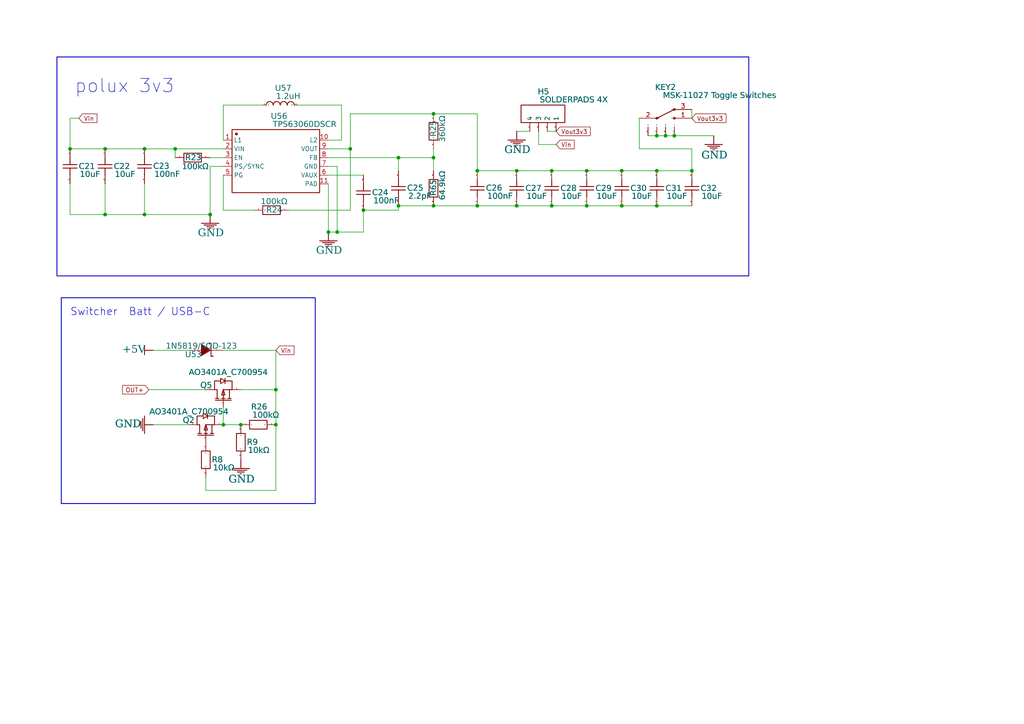
<source format=kicad_sch>
(kicad_sch (version 20250114) (generator "eeschema") (generator_version "9.0")
  (paper "A4")
  (lib_symbols
    (symbol "+5V" (power) (pin_numbers (hide yes)) (pin_names (hide yes))
      (property "Value" "+5V" (at 0 -3.81 0))
      (symbol "+5V_0_0"
        (polyline (pts (xy -1.27 -2.54) (xy 1.27 -2.54)) (stroke (width 0.254)))
        (polyline (pts (xy 0 0) (xy 0 -2.54)) (stroke (width 0.254)))
        (pin power_in line (at 0 0 270) (length 0) (name "+5V") (number "1"))
      )
    )
    (symbol "1N5819/SOD-123"
      (property "Reference" "U52" (at -5.969 -0.3683 0))
      (property "Value" "1N5819/SOD-123" (at -13.208 2.1463 0))
      (symbol "1N5819/SOD-123_0_0"
        (polyline (pts (xy -1.27 -1.524) (xy 1.27 0) (xy -1.27 1.778) (xy -1.27 -1.524)) (stroke (width 0.254)) (fill (type outline)))
        (polyline (pts (xy 2.032 -1.524) (xy 2.032 -1.778) (xy 1.524 -1.778) (xy 1.524 2.032) (xy 1.016 2.032) (xy 1.016 1.778)) (stroke (width 0.254)))
        (pin unspecified line (at -5.08 0 0) (length 3.81) (name "A") (number "2"))
        (pin unspecified line (at 5.08 0 180) (length 3.81) (name "C") (number "1"))
      )
    )
    (symbol "AO3401A_C700954"
      (property "Reference" "Q4" (at -6.6548 2.1463 0))
      (property "Value" "AO3401A_C700954" (at -10.5664 5.9563 0))
      (symbol "AO3401A_C700954_0_0"
        (polyline (pts (xy -2.286 -3.048) (xy 2.286 -3.048)) (stroke (width 0.254)))
        (polyline (pts (xy -1.778 0) (xy -1.778 -2.54)) (stroke (width 0.254)))
        (polyline (pts (xy -1.778 0) (xy -2.54 0) (xy -2.54 2.54) (xy -0.762 2.54)) (stroke (width 0.254)))
        (polyline (pts (xy -1.27 -2.54) (xy -2.286 -2.54)) (stroke (width 0.254)))
        (polyline (pts (xy 0 0) (xy -0.508 -1.524) (xy 0.508 -1.524) (xy 0 0)) (stroke (width 0.254)) (fill (type background)))
        (polyline (pts (xy 0 -2.54) (xy 0 0) (xy 2.54 0)) (stroke (width 0.254)))
        (polyline (pts (xy 0.508 3.302) (xy 0.508 3.048) (xy 0.508 2.032) (xy 0.508 1.778)) (stroke (width 0.254)))
        (polyline (pts (xy 0.508 2.54) (xy -0.762 3.302) (xy -0.762 1.778) (xy 0.508 2.54)) (stroke (width 0.254)) (fill (type background)))
        (polyline (pts (xy 0.508 -2.54) (xy -0.508 -2.54)) (stroke (width 0.254)))
        (polyline (pts (xy 1.778 0) (xy 1.778 -2.54)) (stroke (width 0.254)))
        (polyline (pts (xy 2.286 -2.54) (xy 1.27 -2.54)) (stroke (width 0.254)))
        (polyline (pts (xy 2.54 0) (xy 2.54 2.54) (xy 0.508 2.54)) (stroke (width 0.254)))
        (pin unspecified line (at -5.08 0 0) (length 2.54) (name "D") (number "3"))
        (pin unspecified line (at 0 -5.08 90) (length 2.54) (name "G") (number "1"))
        (pin unspecified line (at 5.08 0 180) (length 2.54) (name "S") (number "2"))
      )
    )
    (symbol "AO3401A_C700954_1"
      (property "Reference" "Q1" (at -6.6548 2.1463 0))
      (property "Value" "AO3401A_C700954" (at -16.9164 4.6863 0))
      (symbol "AO3401A_C700954_1_0_0"
        (polyline (pts (xy -2.286 -3.048) (xy 2.286 -3.048)) (stroke (width 0.254)))
        (polyline (pts (xy -1.778 0) (xy -1.778 -2.54)) (stroke (width 0.254)))
        (polyline (pts (xy -1.778 0) (xy -2.54 0) (xy -2.54 2.54) (xy -0.762 2.54)) (stroke (width 0.254)))
        (polyline (pts (xy -1.27 -2.54) (xy -2.286 -2.54)) (stroke (width 0.254)))
        (polyline (pts (xy 0 0) (xy -0.508 -1.524) (xy 0.508 -1.524) (xy 0 0)) (stroke (width 0.254)) (fill (type background)))
        (polyline (pts (xy 0 -2.54) (xy 0 0) (xy 2.54 0)) (stroke (width 0.254)))
        (polyline (pts (xy 0.508 3.302) (xy 0.508 3.048) (xy 0.508 2.032) (xy 0.508 1.778)) (stroke (width 0.254)))
        (polyline (pts (xy 0.508 2.54) (xy -0.762 3.302) (xy -0.762 1.778) (xy 0.508 2.54)) (stroke (width 0.254)) (fill (type background)))
        (polyline (pts (xy 0.508 -2.54) (xy -0.508 -2.54)) (stroke (width 0.254)))
        (polyline (pts (xy 1.778 0) (xy 1.778 -2.54)) (stroke (width 0.254)))
        (polyline (pts (xy 2.286 -2.54) (xy 1.27 -2.54)) (stroke (width 0.254)))
        (polyline (pts (xy 2.54 0) (xy 2.54 2.54) (xy 0.508 2.54)) (stroke (width 0.254)))
        (pin unspecified line (at -5.08 0 0) (length 2.54) (name "D") (number "3"))
        (pin unspecified line (at 0 -5.08 90) (length 2.54) (name "G") (number "1"))
        (pin unspecified line (at 5.08 0 180) (length 2.54) (name "S") (number "2"))
      )
    )
    (symbol "C0603C104J4RAC7867"
      (property "Reference" "C13" (at 2.54 0.8763 0))
      (property "Value" "100nF" (at 2.54 -1.4097 0))
      (symbol "C0603C104J4RAC7867_0_0"
        (polyline (pts (xy -2.032 0.508) (xy 2.032 0.508)) (stroke (width 0.254)))
        (polyline (pts (xy 0 0.508) (xy 0 2.54)) (stroke (width 0.254)))
        (polyline (pts (xy 0 -2.54) (xy 0 -0.508)) (stroke (width 0.254)))
        (polyline (pts (xy 2.032 -0.508) (xy -2.032 -0.508)) (stroke (width 0.254)))
        (pin unspecified line (at 0 5.08 270) (length 2.54) (name "1") (number "1"))
        (pin unspecified line (at 0 -5.08 90) (length 2.54) (name "2") (number "2"))
      )
    )
    (symbol "C0603C104J4RAC7867_1"
      (property "Reference" "C15" (at 2.54 0.9271 0))
      (property "Value" "100nF" (at 2.54 -1.3589 0))
      (symbol "C0603C104J4RAC7867_1_0_0"
        (polyline (pts (xy -2.032 0.508) (xy 2.032 0.508)) (stroke (width 0.254)))
        (polyline (pts (xy 0 2.54) (xy 0 0.508)) (stroke (width 0.254)))
        (polyline (pts (xy 0 -0.508) (xy 0 -2.54)) (stroke (width 0.254)))
        (polyline (pts (xy 2.032 -0.508) (xy -2.032 -0.508)) (stroke (width 0.254)))
        (pin unspecified line (at 0 5.08 270) (length 2.54) (name "2") (number "2"))
        (pin unspecified line (at 0 -5.08 90) (length 2.54) (name "1") (number "1"))
      )
    )
    (symbol "C0603C104J4RAC7867_2"
      (property "Reference" "C14" (at 2.54 0.9271 0))
      (property "Value" "100nF" (at 2.54 -1.3589 0))
      (symbol "C0603C104J4RAC7867_2_0_0"
        (polyline (pts (xy -2.032 0.508) (xy 2.032 0.508)) (stroke (width 0.254)))
        (polyline (pts (xy 0 2.54) (xy 0 0.508)) (stroke (width 0.254)))
        (polyline (pts (xy 0 -0.508) (xy 0 -2.54)) (stroke (width 0.254)))
        (polyline (pts (xy 2.032 -0.508) (xy -2.032 -0.508)) (stroke (width 0.254)))
        (pin unspecified line (at 0 5.08 270) (length 2.54) (name "2") (number "2"))
        (pin unspecified line (at 0 -5.08 90) (length 2.54) (name "1") (number "1"))
      )
    )
    (symbol "C0603C229C5GAC7867"
      (property "Reference" "C16" (at 2.54 0.9271 0))
      (property "Value" "2.2pF" (at 2.54 -1.3589 0))
      (symbol "C0603C229C5GAC7867_0_0"
        (polyline (pts (xy -2.032 0.508) (xy 2.032 0.508)) (stroke (width 0.254)))
        (polyline (pts (xy 0 2.54) (xy 0 0.508)) (stroke (width 0.254)))
        (polyline (pts (xy 0 -0.508) (xy 0 -2.54)) (stroke (width 0.254)))
        (polyline (pts (xy 2.032 -0.508) (xy -2.032 -0.508)) (stroke (width 0.254)))
        (pin unspecified line (at 0 5.08 270) (length 2.54) (name "2") (number "2"))
        (pin unspecified line (at 0 -5.08 90) (length 2.54) (name "1") (number "1"))
      )
    )
    (symbol "CR0603F360KP05Z"
      (property "Reference" "R10" (at -2.159 0.8763 0))
      (property "Value" "100kΩ" (at -3.4544 -1.6637 0))
      (symbol "CR0603F360KP05Z_0_0"
        (rectangle (start -2.54 1.27) (end 2.54 -1.27) (stroke (width 0.254)))
        (pin unspecified line (at -5.08 0 0) (length 2.54) (name "1") (number "1"))
        (pin unspecified line (at 5.08 0 180) (length 2.54) (name "2") (number "2"))
      )
    )
    (symbol "CR0603F360KP05Z_1"
      (property "Reference" "R9" (at -1.4986 0.9017 0))
      (property "Value" "100kΩ" (at -3.4544 3.4163 0))
      (symbol "CR0603F360KP05Z_1_0_0"
        (rectangle (start -2.54 1.27) (end 2.54 -1.27) (stroke (width 0.254)))
        (pin unspecified line (at -5.08 0 0) (length 2.54) (name "2") (number "2"))
        (pin unspecified line (at 5.08 0 180) (length 2.54) (name "1") (number "1"))
      )
    )
    (symbol "CR0603F360KP05Z_2"
      (property "Reference" "R8" (at -0.8763 -1.4986 90))
      (property "Value" "360kΩ" (at 1.6637 -3.4544 90))
      (symbol "CR0603F360KP05Z_2_0_0"
        (rectangle (start -1.27 2.54) (end 1.27 -2.54) (stroke (width 0.254)))
        (pin unspecified line (at 0 5.08 270) (length 2.54) (name "2") (number "2"))
        (pin unspecified line (at 0 -5.08 90) (length 2.54) (name "1") (number "1"))
      )
    )
    (symbol "CR0603F360KP05Z_3"
      (property "Reference" "R11" (at -2.0828 6.0325 0))
      (property "Value" "100kΩ" (at -2.0828 3.7211 0))
      (symbol "CR0603F360KP05Z_3_0_0"
        (rectangle (start -2.54 1.27) (end 2.54 -1.27) (stroke (width 0.254)))
        (pin unspecified line (at -5.08 0 0) (length 2.54) (name "2") (number "2"))
        (pin unspecified line (at 5.08 0 180) (length 2.54) (name "1") (number "1"))
      )
    )
    (symbol "GND" (power) (pin_numbers (hide yes)) (pin_names (hide yes))
      (property "Value" "GND" (at 0 -6.35 0))
      (symbol "GND_0_0"
        (polyline (pts (xy -2.54 -2.54) (xy 2.54 -2.54)) (stroke (width 0.254)))
        (polyline (pts (xy -1.778 -3.048) (xy 1.778 -3.048)) (stroke (width 0.254)))
        (polyline (pts (xy -1.016 -3.556) (xy 1.016 -3.556)) (stroke (width 0.254)))
        (polyline (pts (xy -0.254 -4.064) (xy 0.254 -4.064)) (stroke (width 0.254)))
        (polyline (pts (xy 0 0) (xy 0 -2.54)) (stroke (width 0.254)))
        (pin power_in line (at 0 0 270) (length 0) (name "GND") (number "1"))
      )
    )
    (symbol "MSK-11027 Toggle Switches"
      (property "Reference" "KEY1" (at -3.0226 7.2771 0))
      (property "Value" "MSK-11027 Toggle Switches" (at -3.0226 4.9911 0))
      (symbol "MSK-11027 Toggle Switches_0_0"
        (circle (center -2.54 -2.54) (radius 0.254) (stroke (width 0.254)))
        (polyline (pts (xy -2.54 -2.54) (xy 2.54 0)) (stroke (width 0.254)))
        (circle (center 2.54 0) (radius 0.254) (stroke (width 0.254)))
        (circle (center 2.54 -2.54) (radius 0.254) (stroke (width 0.254)))
        (pin unspecified line (at -7.62 -2.54 0) (length 5.08) (name "2") (number "2"))
        (pin unspecified line (at -5.08 -7.62 90) (length 2.54) (name "4") (number "4"))
        (pin unspecified line (at -2.54 -7.62 90) (length 2.54) (name "5") (number "5"))
        (pin unspecified line (at 0 -7.62 90) (length 2.54) (name "6") (number "6"))
        (pin unspecified line (at 2.54 -7.62 90) (length 2.54) (name "7") (number "7"))
        (pin unspecified line (at 7.62 0 180) (length 5.08) (name "3") (number "3"))
        (pin unspecified line (at 7.62 -2.54 180) (length 5.08) (name "1") (number "1"))
      )
    )
    (symbol "SOLDERPADS 4X"
      (property "Reference" "H4" (at -0.2286 9.8171 0))
      (property "Value" "SOLDERPADS 4X" (at -0.2286 7.5311 0))
      (symbol "SOLDERPADS 4X_0_0"
        (rectangle (start -5.08 5.08) (end 7.62 0) (stroke (width 0.254)))
        (pin unspecified line (at -2.54 -2.54 90) (length 2.54) (name "4") (number "4"))
        (pin unspecified line (at 0 -2.54 90) (length 2.54) (name "3") (number "3"))
        (pin unspecified line (at 2.54 -2.54 90) (length 2.54) (name "2") (number "2"))
        (pin unspecified line (at 5.08 -2.54 90) (length 2.54) (name "1") (number "1"))
      )
    )
    (symbol "TPS63060DSCR"
      (property "Reference" "U55" (at -1.4478 14.1351 0))
      (property "Value" "TPS63060DSCR" (at -1.4478 11.8491 0))
      (symbol "TPS63060DSCR_0_0"
        (rectangle (start -12.7 9.398) (end 12.7 -8.89) (stroke (width 0.254)))
        (circle (center -11.43 8.128) (radius 0.254) (stroke (width 0.254)) (fill (type outline)))
        (circle (center -11.43 8.128) (radius 0.254) (stroke (width 0.254)) (fill (type outline)))
        (pin unspecified line (at -15.24 6.35 0) (length 2.54) (name "L1") (number "1"))
        (pin unspecified line (at -15.24 3.81 0) (length 2.54) (name "VIN") (number "2"))
        (pin unspecified line (at -15.24 1.27 0) (length 2.54) (name "EN") (number "3"))
        (pin unspecified line (at -15.24 -1.27 0) (length 2.54) (name "PS/SYNC") (number "4"))
        (pin unspecified line (at -15.24 -3.81 0) (length 2.54) (name "PG") (number "5"))
        (pin unspecified line (at 15.24 6.35 180) (length 2.54) (name "L2") (number "10"))
        (pin unspecified line (at 15.24 3.81 180) (length 2.54) (name "VOUT") (number "9"))
        (pin unspecified line (at 15.24 1.27 180) (length 2.54) (name "FB") (number "8"))
        (pin unspecified line (at 15.24 -1.27 180) (length 2.54) (name "GND") (number "7"))
        (pin unspecified line (at 15.24 -3.81 180) (length 2.54) (name "VAUX") (number "6"))
        (pin unspecified line (at 15.24 -6.35 180) (length 2.54) (name "PAD") (number "11"))
      )
    )
    (symbol "TR0603D64K9P0550Z"
      (property "Reference" "R64" (at -0.8763 -2.159 90))
      (property "Value" "64.9kΩ" (at 1.6637 -3.7846 90))
      (symbol "TR0603D64K9P0550Z_0_0"
        (rectangle (start -1.27 2.54) (end 1.27 -2.54) (stroke (width 0.254)))
        (pin unspecified line (at 0 5.08 270) (length 2.54) (name "2") (number "2"))
        (pin unspecified line (at 0 -5.08 90) (length 2.54) (name "1") (number "1"))
      )
    )
    (symbol "V106M0402X5R6R3NCT"
      (property "Reference" "C12" (at 2.54 0.8509 0))
      (property "Value" "10uF" (at 2.54 -1.3843 0))
      (symbol "V106M0402X5R6R3NCT_0_0"
        (polyline (pts (xy -2.032 0.508) (xy 2.032 0.508)) (stroke (width 0.254)))
        (polyline (pts (xy 0 2.54) (xy 0 0.508)) (stroke (width 0.254)))
        (polyline (pts (xy 0 -0.508) (xy 0 -2.54)) (stroke (width 0.254)))
        (polyline (pts (xy 2.032 -0.508) (xy -2.032 -0.508)) (stroke (width 0.254)))
        (pin unspecified line (at 0 5.08 270) (length 2.54) (name "2") (number "2"))
        (pin unspecified line (at 0 -5.08 90) (length 2.54) (name "1") (number "1"))
      )
    )
    (symbol "V106M0402X5R6R3NCT_1"
      (property "Reference" "C11" (at 2.54 0.8509 0))
      (property "Value" "10uF" (at 2.54 -1.3843 0))
      (symbol "V106M0402X5R6R3NCT_1_0_0"
        (polyline (pts (xy -2.032 0.508) (xy 2.032 0.508)) (stroke (width 0.254)))
        (polyline (pts (xy 0 2.54) (xy 0 0.508)) (stroke (width 0.254)))
        (polyline (pts (xy 0 -0.508) (xy 0 -2.54)) (stroke (width 0.254)))
        (polyline (pts (xy 2.032 -0.508) (xy -2.032 -0.508)) (stroke (width 0.254)))
        (pin unspecified line (at 0 5.08 270) (length 2.54) (name "2") (number "2"))
        (pin unspecified line (at 0 -5.08 90) (length 2.54) (name "1") (number "1"))
      )
    )
    (symbol "V106M0402X5R6R3NCT_2"
      (property "Reference" "C10" (at 2.54 0.8509 0))
      (property "Value" "10uF" (at 2.54 -1.3843 0))
      (symbol "V106M0402X5R6R3NCT_2_0_0"
        (polyline (pts (xy -2.032 0.508) (xy 2.032 0.508)) (stroke (width 0.254)))
        (polyline (pts (xy 0 2.54) (xy 0 0.508)) (stroke (width 0.254)))
        (polyline (pts (xy 0 -0.508) (xy 0 -2.54)) (stroke (width 0.254)))
        (polyline (pts (xy 2.032 -0.508) (xy -2.032 -0.508)) (stroke (width 0.254)))
        (pin unspecified line (at 0 5.08 270) (length 2.54) (name "2") (number "2"))
        (pin unspecified line (at 0 -5.08 90) (length 2.54) (name "1") (number "1"))
      )
    )
    (symbol "V106M0402X5R6R3NCT_3"
      (property "Reference" "C9" (at 2.54 0.8509 0))
      (property "Value" "10uF" (at 2.54 -1.3843 0))
      (symbol "V106M0402X5R6R3NCT_3_0_0"
        (polyline (pts (xy -2.032 0.508) (xy 2.032 0.508)) (stroke (width 0.254)))
        (polyline (pts (xy 0 2.54) (xy 0 0.508)) (stroke (width 0.254)))
        (polyline (pts (xy 0 -0.508) (xy 0 -2.54)) (stroke (width 0.254)))
        (polyline (pts (xy 2.032 -0.508) (xy -2.032 -0.508)) (stroke (width 0.254)))
        (pin unspecified line (at 0 5.08 270) (length 2.54) (name "2") (number "2"))
        (pin unspecified line (at 0 -5.08 90) (length 2.54) (name "1") (number "1"))
      )
    )
    (symbol "V106M0402X5R6R3NCT_4"
      (property "Reference" "C7" (at 2.54 0.8509 0))
      (property "Value" "10uF" (at 2.54 -1.3843 0))
      (symbol "V106M0402X5R6R3NCT_4_0_0"
        (polyline (pts (xy -2.032 0.508) (xy 2.032 0.508)) (stroke (width 0.254)))
        (polyline (pts (xy 0 2.54) (xy 0 0.508)) (stroke (width 0.254)))
        (polyline (pts (xy 0 -0.508) (xy 0 -2.54)) (stroke (width 0.254)))
        (polyline (pts (xy 2.032 -0.508) (xy -2.032 -0.508)) (stroke (width 0.254)))
        (pin unspecified line (at 0 5.08 270) (length 2.54) (name "2") (number "2"))
        (pin unspecified line (at 0 -5.08 90) (length 2.54) (name "1") (number "1"))
      )
    )
    (symbol "V106M0402X5R6R3NCT_5"
      (property "Reference" "C4" (at 2.54 0.8509 0))
      (property "Value" "10uF" (at 2.54 -1.3843 0))
      (symbol "V106M0402X5R6R3NCT_5_0_0"
        (polyline (pts (xy -2.032 0.508) (xy 2.032 0.508)) (stroke (width 0.254)))
        (polyline (pts (xy 0 2.54) (xy 0 0.508)) (stroke (width 0.254)))
        (polyline (pts (xy 0 -0.508) (xy 0 -2.54)) (stroke (width 0.254)))
        (polyline (pts (xy 2.032 -0.508) (xy -2.032 -0.508)) (stroke (width 0.254)))
        (pin unspecified line (at 0 5.08 270) (length 2.54) (name "2") (number "2"))
        (pin unspecified line (at 0 -5.08 90) (length 2.54) (name "1") (number "1"))
      )
    )
    (symbol "V106M0402X5R6R3NCT_6"
      (property "Reference" "C3" (at 2.54 0.8509 0))
      (property "Value" "10uF" (at 2.54 -1.3843 0))
      (symbol "V106M0402X5R6R3NCT_6_0_0"
        (polyline (pts (xy -2.032 0.508) (xy 2.032 0.508)) (stroke (width 0.254)))
        (polyline (pts (xy 0 2.54) (xy 0 0.508)) (stroke (width 0.254)))
        (polyline (pts (xy 0 -0.508) (xy 0 -2.54)) (stroke (width 0.254)))
        (polyline (pts (xy 2.032 -0.508) (xy -2.032 -0.508)) (stroke (width 0.254)))
        (pin unspecified line (at 0 5.08 270) (length 2.54) (name "2") (number "2"))
        (pin unspecified line (at 0 -5.08 90) (length 2.54) (name "1") (number "1"))
      )
    )
    (symbol "V106M0402X5R6R3NCT_7"
      (property "Reference" "C1" (at 2.54 0.8509 0))
      (property "Value" "10uF" (at 2.54 -1.3843 0))
      (symbol "V106M0402X5R6R3NCT_7_0_0"
        (polyline (pts (xy -2.032 0.508) (xy 2.032 0.508)) (stroke (width 0.254)))
        (polyline (pts (xy 0 2.54) (xy 0 0.508)) (stroke (width 0.254)))
        (polyline (pts (xy 0 -0.508) (xy 0 -2.54)) (stroke (width 0.254)))
        (polyline (pts (xy 2.032 -0.508) (xy -2.032 -0.508)) (stroke (width 0.254)))
        (pin unspecified line (at 0 5.08 270) (length 2.54) (name "2") (number "2"))
        (pin unspecified line (at 0 -5.08 90) (length 2.54) (name "1") (number "1"))
      )
    )
    (symbol "WF04H1002DTL"
      (property "Reference" "R3" (at 1.778 0.8763 0))
      (property "Value" "10kΩ" (at 1.778 -1.4097 0))
      (symbol "WF04H1002DTL_0_0"
        (rectangle (start -1.27 2.54) (end 1.27 -2.54) (stroke (width 0.254)))
        (pin unspecified line (at 0 5.08 270) (length 2.54) (name "2") (number "2"))
        (pin unspecified line (at 0 -5.08 90) (length 2.54) (name "1") (number "1"))
      )
    )
    (symbol "WF04H1002DTL_1"
      (property "Reference" "R1" (at 1.778 0.8763 0))
      (property "Value" "10kΩ" (at 1.778 -1.4097 0))
      (symbol "WF04H1002DTL_1_0_0"
        (rectangle (start -1.27 2.54) (end 1.27 -2.54) (stroke (width 0.254)))
        (pin unspecified line (at 0 5.08 270) (length 2.54) (name "2") (number "2"))
        (pin unspecified line (at 0 -5.08 90) (length 2.54) (name "1") (number "1"))
      )
    )
    (symbol "XRNR3015-1.2UH/N"
      (property "Reference" "U54" (at -1.4986 5.7531 0))
      (property "Value" "1.2uH" (at -1.4986 3.4671 0))
      (symbol "XRNR3015-1.2UH/N_0_0"
        (arc (start -4.064 0) (mid -3.048 1.016) (end -2.032 0) (stroke (width 0.254)))
        (arc (start -2.032 0) (mid -1.016 1.016) (end 0 0) (stroke (width 0.254)))
        (arc (start 0 0) (mid 1.016 1.016) (end 2.032 0) (stroke (width 0.254)))
        (arc (start 2.032 0) (mid 3.048 1.016) (end 4.064 0) (stroke (width 0.254)))
        (pin unspecified line (at -5.08 0 0) (length 1.016) (name "1") (number "1"))
        (pin unspecified line (at 5.08 0 180) (length 1.016) (name "2") (number "2"))
      )
    )
  )
  (rectangle (start 16.51 16.51) (end 217.17 80.01) (stroke (width 0.254)))
  (rectangle (start 17.78 86.36) (end 91.44 146.05) (stroke (width 0.254)))
  (text "Switcher  Batt / USB-C" (at 20.32 89.2683 0) (effects (font (size 2.1717 2.1717)) (justify left top)))
  (text "polux 3v3" (at 21.59 22.8092 0) (effects (font (size 3.8608 3.8608)) (justify left top)))
  (junction (at 125.73 45.72))
  (junction (at 80.01 113.03))
  (junction (at 69.85 123.19))
  (junction (at 138.43 49.53))
  (junction (at 180.34 49.53))
  (junction (at 115.57 59.69))
  (junction (at 20.32 43.18))
  (junction (at 125.73 33.02))
  (junction (at 30.48 62.23))
  (junction (at 180.34 59.69))
  (junction (at 170.18 59.69))
  (junction (at 190.5 49.53))
  (junction (at 170.18 49.53))
  (junction (at 30.48 43.18))
  (junction (at 41.91 43.18))
  (junction (at 149.86 59.69))
  (junction (at 80.01 123.19))
  (junction (at 95.25 67.31))
  (junction (at 50.8 43.18))
  (junction (at 190.5 39.37))
  (junction (at 115.57 45.72))
  (junction (at 195.58 39.37))
  (junction (at 138.43 59.69))
  (junction (at 105.41 60.96))
  (junction (at 41.91 62.23))
  (junction (at 190.5 59.69))
  (junction (at 160.02 49.53))
  (junction (at 149.86 49.53))
  (junction (at 101.6 43.18))
  (junction (at 64.77 123.19))
  (junction (at 160.02 59.69))
  (junction (at 193.04 39.37))
  (junction (at 200.66 49.53))
  (junction (at 125.73 59.69))
  (junction (at 97.79 67.31))
  (junction (at 60.96 62.23))
  (wire (pts (xy 190.5 39.37) (xy 187.96 39.37)))
  (wire (pts (xy 200.66 49.53) (xy 190.5 49.53)))
  (wire (pts (xy 185.42 34.29) (xy 185.42 43.18)))
  (wire (pts (xy 158.75 38.1) (xy 161.29 38.1)))
  (wire (pts (xy 41.91 53.34) (xy 41.91 62.23)))
  (wire (pts (xy 160.02 49.53) (xy 149.86 49.53)))
  (wire (pts (xy 95.25 67.31) (xy 95.25 53.34)))
  (wire (pts (xy 101.6 33.02) (xy 125.73 33.02)))
  (wire (pts (xy 86.36 30.48) (xy 99.06 30.48)))
  (wire (pts (xy 200.66 43.18) (xy 200.66 49.53)))
  (wire (pts (xy 185.42 43.18) (xy 200.66 43.18)))
  (wire (pts (xy 115.57 60.96) (xy 115.57 59.69)))
  (wire (pts (xy 138.43 59.69) (xy 149.86 59.69)))
  (wire (pts (xy 101.6 43.18) (xy 95.25 43.18)))
  (wire (pts (xy 50.8 43.18) (xy 50.8 45.72)))
  (wire (pts (xy 30.48 62.23) (xy 20.32 62.23)))
  (wire (pts (xy 64.77 48.26) (xy 60.96 48.26)))
  (wire (pts (xy 149.86 59.69) (xy 160.02 59.69)))
  (wire (pts (xy 80.01 101.6) (xy 64.77 101.6)))
  (wire (pts (xy 22.86 34.29) (xy 20.32 34.29)))
  (wire (pts (xy 193.04 39.37) (xy 190.5 39.37)))
  (wire (pts (xy 180.34 59.69) (xy 190.5 59.69)))
  (wire (pts (xy 95.25 45.72) (xy 115.57 45.72)))
  (wire (pts (xy 60.96 48.26) (xy 60.96 62.23)))
  (wire (pts (xy 195.58 39.37) (xy 193.04 39.37)))
  (wire (pts (xy 44.45 123.19) (xy 54.61 123.19)))
  (wire (pts (xy 83.82 60.96) (xy 101.6 60.96)))
  (wire (pts (xy 97.79 67.31) (xy 105.41 67.31)))
  (wire (pts (xy 20.32 34.29) (xy 20.32 43.18)))
  (wire (pts (xy 190.5 49.53) (xy 180.34 49.53)))
  (wire (pts (xy 30.48 53.34) (xy 30.48 62.23)))
  (wire (pts (xy 20.32 62.23) (xy 20.32 53.34)))
  (wire (pts (xy 69.85 113.03) (xy 80.01 113.03)))
  (wire (pts (xy 115.57 45.72) (xy 115.57 49.53)))
  (wire (pts (xy 44.45 101.6) (xy 54.61 101.6)))
  (wire (pts (xy 43.18 113.03) (xy 59.69 113.03)))
  (wire (pts (xy 190.5 59.69) (xy 200.66 59.69)))
  (wire (pts (xy 125.73 59.69) (xy 138.43 59.69)))
  (wire (pts (xy 125.73 45.72) (xy 115.57 45.72)))
  (wire (pts (xy 97.79 67.31) (xy 95.25 67.31)))
  (wire (pts (xy 97.79 48.26) (xy 97.79 67.31)))
  (wire (pts (xy 41.91 62.23) (xy 30.48 62.23)))
  (wire (pts (xy 105.41 60.96) (xy 115.57 60.96)))
  (wire (pts (xy 99.06 30.48) (xy 99.06 40.64)))
  (wire (pts (xy 80.01 113.03) (xy 80.01 101.6)))
  (wire (pts (xy 101.6 33.02) (xy 101.6 43.18)))
  (wire (pts (xy 80.01 142.24) (xy 80.01 123.19)))
  (wire (pts (xy 20.32 43.18) (xy 30.48 43.18)))
  (wire (pts (xy 115.57 59.69) (xy 125.73 59.69)))
  (wire (pts (xy 170.18 49.53) (xy 160.02 49.53)))
  (wire (pts (xy 180.34 49.53) (xy 170.18 49.53)))
  (wire (pts (xy 200.66 31.75) (xy 200.66 34.29)))
  (wire (pts (xy 207.01 39.37) (xy 195.58 39.37)))
  (wire (pts (xy 59.69 138.43) (xy 59.69 142.24)))
  (wire (pts (xy 160.02 59.69) (xy 170.18 59.69)))
  (wire (pts (xy 64.77 40.64) (xy 64.77 30.48)))
  (wire (pts (xy 30.48 43.18) (xy 41.91 43.18)))
  (wire (pts (xy 149.86 49.53) (xy 138.43 49.53)))
  (wire (pts (xy 156.21 41.91) (xy 161.29 41.91)))
  (wire (pts (xy 125.73 45.72) (xy 125.73 49.53)))
  (wire (pts (xy 99.06 40.64) (xy 95.25 40.64)))
  (wire (pts (xy 69.85 123.19) (xy 64.77 123.19)))
  (wire (pts (xy 95.25 50.8) (xy 105.41 50.8)))
  (wire (pts (xy 73.66 60.96) (xy 64.77 60.96)))
  (wire (pts (xy 125.73 43.18) (xy 125.73 45.72)))
  (wire (pts (xy 101.6 60.96) (xy 101.6 43.18)))
  (wire (pts (xy 60.96 45.72) (xy 64.77 45.72)))
  (wire (pts (xy 95.25 48.26) (xy 97.79 48.26)))
  (wire (pts (xy 64.77 123.19) (xy 64.77 118.11)))
  (wire (pts (xy 59.69 142.24) (xy 80.01 142.24)))
  (wire (pts (xy 64.77 43.18) (xy 50.8 43.18)))
  (wire (pts (xy 64.77 60.96) (xy 64.77 50.8)))
  (wire (pts (xy 138.43 33.02) (xy 125.73 33.02)))
  (wire (pts (xy 41.91 43.18) (xy 50.8 43.18)))
  (wire (pts (xy 80.01 123.19) (xy 80.01 113.03)))
  (wire (pts (xy 170.18 59.69) (xy 180.34 59.69)))
  (wire (pts (xy 64.77 30.48) (xy 76.2 30.48)))
  (wire (pts (xy 60.96 62.23) (xy 41.91 62.23)))
  (wire (pts (xy 156.21 38.1) (xy 156.21 41.91)))
  (wire (pts (xy 105.41 67.31) (xy 105.41 60.96)))
  (wire (pts (xy 138.43 49.53) (xy 138.43 33.02)))
  (wire (pts (xy 149.86 38.1) (xy 153.67 38.1)))
  (global_label "Vout3v3" (shape input) (at 200.66 34.29 0) (property "Intersheetrefs" "${INTERSHEET_REFS}" (effects (hide yes))))
  (global_label "Vin" (shape input) (at 161.29 41.91 0) (property "Intersheetrefs" "${INTERSHEET_REFS}" (effects (hide yes))))
  (global_label "Vout3v3" (shape input) (at 161.29 38.1 0) (property "Intersheetrefs" "${INTERSHEET_REFS}" (effects (hide yes))))
  (global_label "Vin" (shape input) (at 80.01 101.6 0) (property "Intersheetrefs" "${INTERSHEET_REFS}" (effects (hide yes))))
  (global_label "Vin" (shape input) (at 22.86 34.29 0) (property "Intersheetrefs" "${INTERSHEET_REFS}" (effects (hide yes))))
  (global_label "OUT+" (shape input) (at 43.18 113.03 180) (property "Intersheetrefs" "${INTERSHEET_REFS}" (effects (hide yes))))
  (symbol (lib_id "AO3401A_C700954") (at 64.77 113.03 0) (unit 0)
    (property "Reference" "Q5" (at 58.1152 110.8837 0) (effects (font (size 1.6891 1.6891)) (justify left top)))
    (property "Value" "AO3401A_C700954" (at 54.2036 107.0737 0) (effects (font (size 1.6891 1.6891)) (justify left top)))
    (property "Manufacturer Part" "AO3401A" (effects (hide yes)))
    (property "Manufacturer" "HUASHUO(华朔)" (effects (hide yes)))
    (property "Supplier Part" "C700954" (effects (hide yes)))
    (property "Supplier" "LCSC" (effects (hide yes)))
  )
  (symbol (lib_id "C0603C229C5GAC7867") (at 115.57 54.61 0) (unit 0)
    (property "Reference" "C25" (at 118.11 53.6829 0) (effects (font (size 1.6891 1.6891)) (justify left top)))
    (property "Value" "2.2pF" (at 118.11 55.9689 0) (effects (font (size 1.6891 1.6891)) (justify left top)))
    (property "Manufacturer Part" "C0603C229C5GAC7867" (effects (hide yes)))
    (property "Manufacturer" "KEMET(基美)" (effects (hide yes)))
    (property "Supplier Part" "C599717" (effects (hide yes)))
    (property "Supplier" "LCSC" (effects (hide yes)))
  )
  (symbol (lib_id "CR0603F360KP05Z_2") (at 125.73 38.1 0) (unit 0)
    (property "Reference" "R25" (at 124.8537 39.5986 90) (effects (font (size 1.6891 1.6891)) (justify left top)))
    (property "Value" "360kΩ" (at 127.3937 41.5544 90) (effects (font (size 1.6891 1.6891)) (justify left top)))
    (property "Manufacturer Part" "CR0603F360KP05Z" (effects (hide yes)))
    (property "Manufacturer" "EVER OHMS(天二科技)" (effects (hide yes)))
    (property "Supplier Part" "C881358" (effects (hide yes)))
    (property "Supplier" "LCSC" (effects (hide yes)))
  )
  (symbol (lib_id "C0603C104J4RAC7867") (at 105.41 55.88 0) (unit 0)
    (property "Reference" "C24" (at 107.95 55.0037 0) (effects (font (size 1.6891 1.6891)) (justify left top)))
    (property "Value" "100nF" (at 107.95 57.2897 0) (effects (font (size 1.6891 1.6891)) (justify left top)))
    (property "Manufacturer Part" "C0603C104J4RAC7867" (effects (hide yes)))
    (property "Manufacturer" "KEMET(基美)" (effects (hide yes)))
    (property "Supplier Part" "C599646" (effects (hide yes)))
    (property "Supplier" "LCSC" (effects (hide yes)))
  )
  (symbol (lib_id "GND") (at 69.85 133.35 0) (unit 0)
    (property "Reference" "#PWR0113" (effects (hide yes)))
    (property "Value" "GND" (at 66.548 140.2842 0) (effects (font (size 2.1717 2.1717)) (justify left bottom)))
    (property "Description" "Power symbol creates a global label with name 'GND'" (effects (hide yes)))
  )
  (symbol (lib_id "SOLDERPADS 4X") (at 156.21 35.56 0) (unit 0)
    (property "Reference" "H5" (at 155.9814 25.7429 0) (effects (font (size 1.6891 1.6891)) (justify left top)))
    (property "Value" "SOLDERPADS 4X" (at 155.9814 28.0289 0) (effects (font (size 1.6891 1.6891)) (justify left top)))
  )
  (symbol (lib_id "WF04H1002DTL_1") (at 69.85 128.27 0) (unit 0)
    (property "Reference" "R9" (at 71.628 127.3937 0) (effects (font (size 1.6891 1.6891)) (justify left top)))
    (property "Value" "10kΩ" (at 71.628 129.6797 0) (effects (font (size 1.6891 1.6891)) (justify left top)))
    (property "Manufacturer Part" "WF04H1002DTL" (effects (hide yes)))
    (property "Manufacturer" "Walsin(华新科)" (effects (hide yes)))
    (property "Supplier Part" "C525520" (effects (hide yes)))
    (property "Supplier" "LCSC" (effects (hide yes)))
  )
  (symbol (lib_id "MSK-11027 Toggle Switches") (at 193.04 31.75 0) (unit 0)
    (property "Reference" "KEY2" (at 190.0174 24.4729 0) (effects (font (size 1.6891 1.6891)) (justify left top)))
    (property "Value" "MSK-11027 Toggle Switches" (at 190.0174 26.7589 0) (effects (font (size 1.6891 1.6891)) (justify left top)))
    (property "Manufacturer Part" "MSK-11027 Toggle Switches" (effects (hide yes)))
    (property "Manufacturer" "ReliaPro" (effects (hide yes)))
    (property "Supplier Part" "C21381" (effects (hide yes)))
    (property "Supplier" "LCSC" (effects (hide yes)))
  )
  (symbol (lib_id "V106M0402X5R6R3NCT_3") (at 180.34 54.61 0) (unit 0)
    (property "Reference" "C30" (at 182.88 53.7591 0) (effects (font (size 1.6891 1.6891)) (justify left top)))
    (property "Value" "10uF" (at 182.88 55.9943 0) (effects (font (size 1.6891 1.6891)) (justify left top)))
    (property "Manufacturer Part" "V106M0402X5R6R3NCT" (effects (hide yes)))
    (property "Manufacturer" "VIIYONG(微容)" (effects (hide yes)))
    (property "Supplier Part" "C5252391" (effects (hide yes)))
    (property "Supplier" "LCSC" (effects (hide yes)))
  )
  (symbol (lib_id "C0603C104J4RAC7867_1") (at 41.91 48.26 0) (unit 0)
    (property "Reference" "C23" (at 44.45 47.3329 0) (effects (font (size 1.6891 1.6891)) (justify left top)))
    (property "Value" "100nF" (at 44.45 49.6189 0) (effects (font (size 1.6891 1.6891)) (justify left top)))
    (property "Manufacturer Part" "C0603C104J4RAC7867" (effects (hide yes)))
    (property "Manufacturer" "KEMET(基美)" (effects (hide yes)))
    (property "Supplier Part" "C599646" (effects (hide yes)))
    (property "Supplier" "LCSC" (effects (hide yes)))
  )
  (symbol (lib_id "+5V") (at 44.45 101.6 270) (mirror x) (unit 0)
    (property "Reference" "#PWR0111" (effects (hide yes)))
    (property "Value" "+5V" (at 35.3568 102.6414 -90) (effects (font (size 2.1717 2.1717)) (justify right bottom)))
    (property "Description" "Power symbol creates a global label with name '+5V'" (effects (hide yes)))
  )
  (symbol (lib_id "GND") (at 60.96 62.23 0) (unit 0)
    (property "Reference" "#PWR0131" (effects (hide yes)))
    (property "Value" "GND" (at 57.658 68.834 0) (effects (font (size 2.1717 2.1717)) (justify left bottom)))
    (property "Description" "Power symbol creates a global label with name 'GND'" (effects (hide yes)))
  )
  (symbol (lib_id "TPS63060DSCR") (at 80.01 46.99 0) (unit 0)
    (property "Reference" "U56" (at 78.5622 32.8549 0) (effects (font (size 1.6891 1.6891)) (justify left top)))
    (property "Value" "TPS63060DSCR" (at 78.5622 35.1409 0) (effects (font (size 1.6891 1.6891)) (justify left top)))
    (property "Manufacturer Part" "TPS63060DSCR" (effects (hide yes)))
    (property "Manufacturer" "TI(德州仪器)" (effects (hide yes)))
    (property "Supplier Part" "C48567" (effects (hide yes)))
    (property "Supplier" "LCSC" (effects (hide yes)))
  )
  (symbol (lib_id "AO3401A_C700954_1") (at 59.69 123.19 0) (unit 0)
    (property "Reference" "Q2" (at 53.0352 121.0437 0) (effects (font (size 1.6891 1.6891)) (justify left top)))
    (property "Value" "AO3401A_C700954" (at 42.7736 118.5037 0) (effects (font (size 1.6891 1.6891)) (justify left top)))
    (property "Manufacturer Part" "AO3401A" (effects (hide yes)))
    (property "Manufacturer" "HUASHUO(华朔)" (effects (hide yes)))
    (property "Supplier Part" "C700954" (effects (hide yes)))
    (property "Supplier" "LCSC" (effects (hide yes)))
  )
  (symbol (lib_id "GND") (at 207.01 39.37 0) (unit 0)
    (property "Reference" "#PWR0134" (effects (hide yes)))
    (property "Value" "GND" (at 203.708 46.3042 0) (effects (font (size 2.1717 2.1717)) (justify left bottom)))
    (property "Description" "Power symbol creates a global label with name 'GND'" (effects (hide yes)))
  )
  (symbol (lib_id "C0603C104J4RAC7867_2") (at 138.43 54.61 0) (unit 0)
    (property "Reference" "C26" (at 140.97 53.6829 0) (effects (font (size 1.6891 1.6891)) (justify left top)))
    (property "Value" "100nF" (at 140.97 55.9689 0) (effects (font (size 1.6891 1.6891)) (justify left top)))
    (property "Manufacturer Part" "C0603C104J4RAC7867" (effects (hide yes)))
    (property "Manufacturer" "KEMET(基美)" (effects (hide yes)))
    (property "Supplier Part" "C599646" (effects (hide yes)))
    (property "Supplier" "LCSC" (effects (hide yes)))
  )
  (symbol (lib_id "1N5819/SOD-123") (at 59.69 101.6 0) (unit 0)
    (property "Reference" "U53" (at 53.721 101.9683 0) (effects (font (size 1.6891 1.6891)) (justify left top)))
    (property "Value" "1N5819/SOD-123" (at 46.482 99.4537 0) (effects (font (size 1.6891 1.6891)) (justify left top)))
    (property "Manufacturer Part" "1N5819/SOD-123" (effects (hide yes)))
    (property "Manufacturer" "null" (effects (hide yes)))
    (property "Supplier Part" "C9900010912" (effects (hide yes)))
    (property "Supplier" "LCSC" (effects (hide yes)))
  )
  (symbol (lib_id "V106M0402X5R6R3NCT_4") (at 170.18 54.61 0) (unit 0)
    (property "Reference" "C29" (at 172.72 53.7591 0) (effects (font (size 1.6891 1.6891)) (justify left top)))
    (property "Value" "10uF" (at 172.72 55.9943 0) (effects (font (size 1.6891 1.6891)) (justify left top)))
    (property "Manufacturer Part" "V106M0402X5R6R3NCT" (effects (hide yes)))
    (property "Manufacturer" "VIIYONG(微容)" (effects (hide yes)))
    (property "Supplier Part" "C5252391" (effects (hide yes)))
    (property "Supplier" "LCSC" (effects (hide yes)))
  )
  (symbol (lib_id "WF04H1002DTL") (at 59.69 133.35 0) (unit 0)
    (property "Reference" "R8" (at 61.468 132.4737 0) (effects (font (size 1.6891 1.6891)) (justify left top)))
    (property "Value" "10kΩ" (at 61.468 134.7597 0) (effects (font (size 1.6891 1.6891)) (justify left top)))
    (property "Manufacturer Part" "WF04H1002DTL" (effects (hide yes)))
    (property "Manufacturer" "Walsin(华新科)" (effects (hide yes)))
    (property "Supplier Part" "C525520" (effects (hide yes)))
    (property "Supplier" "LCSC" (effects (hide yes)))
  )
  (symbol (lib_id "V106M0402X5R6R3NCT_6") (at 149.86 54.61 0) (unit 0)
    (property "Reference" "C27" (at 152.4 53.7591 0) (effects (font (size 1.6891 1.6891)) (justify left top)))
    (property "Value" "10uF" (at 152.4 55.9943 0) (effects (font (size 1.6891 1.6891)) (justify left top)))
    (property "Manufacturer Part" "V106M0402X5R6R3NCT" (effects (hide yes)))
    (property "Manufacturer" "VIIYONG(微容)" (effects (hide yes)))
    (property "Supplier Part" "C5252391" (effects (hide yes)))
    (property "Supplier" "LCSC" (effects (hide yes)))
  )
  (symbol (lib_id "V106M0402X5R6R3NCT_2") (at 190.5 54.61 0) (unit 0)
    (property "Reference" "C31" (at 193.04 53.7591 0) (effects (font (size 1.6891 1.6891)) (justify left top)))
    (property "Value" "10uF" (at 193.04 55.9943 0) (effects (font (size 1.6891 1.6891)) (justify left top)))
    (property "Manufacturer Part" "V106M0402X5R6R3NCT" (effects (hide yes)))
    (property "Manufacturer" "VIIYONG(微容)" (effects (hide yes)))
    (property "Supplier Part" "C5252391" (effects (hide yes)))
    (property "Supplier" "LCSC" (effects (hide yes)))
  )
  (symbol (lib_id "V106M0402X5R6R3NCT_5") (at 160.02 54.61 0) (unit 0)
    (property "Reference" "C28" (at 162.56 53.7591 0) (effects (font (size 1.6891 1.6891)) (justify left top)))
    (property "Value" "10uF" (at 162.56 55.9943 0) (effects (font (size 1.6891 1.6891)) (justify left top)))
    (property "Manufacturer Part" "V106M0402X5R6R3NCT" (effects (hide yes)))
    (property "Manufacturer" "VIIYONG(微容)" (effects (hide yes)))
    (property "Supplier Part" "C5252391" (effects (hide yes)))
    (property "Supplier" "LCSC" (effects (hide yes)))
  )
  (symbol (lib_id "GND") (at 95.25 67.31 0) (unit 0)
    (property "Reference" "#PWR0132" (effects (hide yes)))
    (property "Value" "GND" (at 91.948 73.914 0) (effects (font (size 2.1717 2.1717)) (justify left bottom)))
    (property "Description" "Power symbol creates a global label with name 'GND'" (effects (hide yes)))
  )
  (symbol (lib_id "CR0603F360KP05Z") (at 55.88 45.72 0) (unit 0)
    (property "Reference" "R23" (at 53.721 44.8437 0) (effects (font (size 1.6891 1.6891)) (justify left top)))
    (property "Value" "100kΩ" (at 52.4256 47.3837 0) (effects (font (size 1.6891 1.6891)) (justify left top)))
    (property "Manufacturer Part" "CR0603F360KP05Z" (effects (hide yes)))
    (property "Manufacturer" "EVER OHMS(天二科技)" (effects (hide yes)))
    (property "Supplier Part" "C881358" (effects (hide yes)))
    (property "Supplier" "LCSC" (effects (hide yes)))
  )
  (symbol (lib_id "CR0603F360KP05Z_3") (at 74.93 123.19 0) (unit 0)
    (property "Reference" "R26" (at 72.8472 117.1575 0) (effects (font (size 1.6891 1.6891)) (justify left top)))
    (property "Value" "100kΩ" (at 72.8472 119.4689 0) (effects (font (size 1.6891 1.6891)) (justify left top)))
    (property "Manufacturer Part" "CR0603F360KP05Z" (effects (hide yes)))
    (property "Manufacturer" "EVER OHMS(天二科技)" (effects (hide yes)))
    (property "Supplier Part" "C881358" (effects (hide yes)))
    (property "Supplier" "LCSC" (effects (hide yes)))
  )
  (symbol (lib_id "GND") (at 149.86 38.1 0) (unit 0)
    (property "Reference" "#PWR0133" (effects (hide yes)))
    (property "Value" "GND" (at 146.558 44.704 0) (effects (font (size 2.1717 2.1717)) (justify left bottom)))
    (property "Description" "Power symbol creates a global label with name 'GND'" (effects (hide yes)))
  )
  (symbol (lib_id "V106M0402X5R6R3NCT") (at 30.48 48.26 0) (unit 0)
    (property "Reference" "C22" (at 33.02 47.4091 0) (effects (font (size 1.6891 1.6891)) (justify left top)))
    (property "Value" "10uF" (at 33.02 49.6443 0) (effects (font (size 1.6891 1.6891)) (justify left top)))
    (property "Manufacturer Part" "V106M0402X5R6R3NCT" (effects (hide yes)))
    (property "Manufacturer" "VIIYONG(微容)" (effects (hide yes)))
    (property "Supplier Part" "C5252391" (effects (hide yes)))
    (property "Supplier" "LCSC" (effects (hide yes)))
  )
  (symbol (lib_id "V106M0402X5R6R3NCT_1") (at 200.66 54.61 0) (unit 0)
    (property "Reference" "C32" (at 203.2 53.7591 0) (effects (font (size 1.6891 1.6891)) (justify left top)))
    (property "Value" "10uF" (at 203.2 55.9943 0) (effects (font (size 1.6891 1.6891)) (justify left top)))
    (property "Manufacturer Part" "V106M0402X5R6R3NCT" (effects (hide yes)))
    (property "Manufacturer" "VIIYONG(微容)" (effects (hide yes)))
    (property "Supplier Part" "C5252391" (effects (hide yes)))
    (property "Supplier" "LCSC" (effects (hide yes)))
  )
  (symbol (lib_id "TR0603D64K9P0550Z") (at 125.73 54.61 0) (unit 0)
    (property "Reference" "R65" (at 124.8537 56.769 90) (effects (font (size 1.6891 1.6891)) (justify left top)))
    (property "Value" "64.9kΩ" (at 127.3937 58.3946 90) (effects (font (size 1.6891 1.6891)) (justify left top)))
    (property "Manufacturer Part" "TR0603D64K9P0550Z" (effects (hide yes)))
    (property "Manufacturer" "EVER OHMS(天二科技)" (effects (hide yes)))
    (property "Supplier Part" "C5250827" (effects (hide yes)))
    (property "Supplier" "LCSC" (effects (hide yes)))
  )
  (symbol (lib_id "GND") (at 44.45 123.19 270) (unit 0)
    (property "Reference" "#PWR0112" (effects (hide yes)))
    (property "Value" "GND" (at 33.655 124.2314 -270) (effects (font (size 2.1717 2.1717)) (justify left bottom)))
    (property "Description" "Power symbol creates a global label with name 'GND'" (effects (hide yes)))
  )
  (symbol (lib_id "CR0603F360KP05Z_1") (at 78.74 60.96 0) (unit 0)
    (property "Reference" "R24" (at 77.2414 60.0583 0) (effects (font (size 1.6891 1.6891)) (justify left top)))
    (property "Value" "100kΩ" (at 75.2856 57.5437 0) (effects (font (size 1.6891 1.6891)) (justify left top)))
    (property "Manufacturer Part" "CR0603F360KP05Z" (effects (hide yes)))
    (property "Manufacturer" "EVER OHMS(天二科技)" (effects (hide yes)))
    (property "Supplier Part" "C881358" (effects (hide yes)))
    (property "Supplier" "LCSC" (effects (hide yes)))
  )
  (symbol (lib_id "XRNR3015-1.2UH/N") (at 81.28 30.48 0) (unit 0)
    (property "Reference" "U57" (at 79.7814 24.7269 0) (effects (font (size 1.6891 1.6891)) (justify left top)))
    (property "Value" "1.2uH" (at 79.7814 27.0129 0) (effects (font (size 1.6891 1.6891)) (justify left top)))
    (property "Manufacturer Part" "XRNR3015-1.2uH/N" (effects (hide yes)))
    (property "Manufacturer" "XR(祥如)" (effects (hide yes)))
    (property "Supplier Part" "C5289307" (effects (hide yes)))
    (property "Supplier" "LCSC" (effects (hide yes)))
  )
  (symbol (lib_id "V106M0402X5R6R3NCT_7") (at 20.32 48.26 0) (unit 0)
    (property "Reference" "C21" (at 22.86 47.4091 0) (effects (font (size 1.6891 1.6891)) (justify left top)))
    (property "Value" "10uF" (at 22.86 49.6443 0) (effects (font (size 1.6891 1.6891)) (justify left top)))
    (property "Manufacturer Part" "V106M0402X5R6R3NCT" (effects (hide yes)))
    (property "Manufacturer" "VIIYONG(微容)" (effects (hide yes)))
    (property "Supplier Part" "C5252391" (effects (hide yes)))
    (property "Supplier" "LCSC" (effects (hide yes)))
  )
)
</source>
